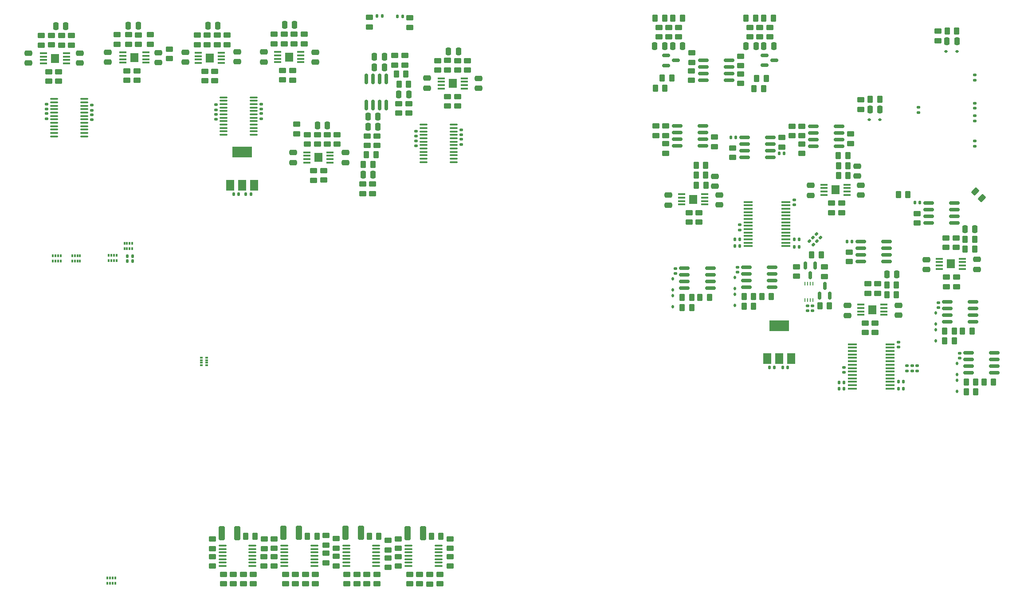
<source format=gtp>
%TF.GenerationSoftware,KiCad,Pcbnew,7.0.1*%
%TF.CreationDate,2023-06-27T00:24:21+02:00*%
%TF.ProjectId,Main board,4d61696e-2062-46f6-9172-642e6b696361,rev?*%
%TF.SameCoordinates,Original*%
%TF.FileFunction,Paste,Top*%
%TF.FilePolarity,Positive*%
%FSLAX46Y46*%
G04 Gerber Fmt 4.6, Leading zero omitted, Abs format (unit mm)*
G04 Created by KiCad (PCBNEW 7.0.1) date 2023-06-27 00:24:21*
%MOMM*%
%LPD*%
G01*
G04 APERTURE LIST*
G04 Aperture macros list*
%AMRoundRect*
0 Rectangle with rounded corners*
0 $1 Rounding radius*
0 $2 $3 $4 $5 $6 $7 $8 $9 X,Y pos of 4 corners*
0 Add a 4 corners polygon primitive as box body*
4,1,4,$2,$3,$4,$5,$6,$7,$8,$9,$2,$3,0*
0 Add four circle primitives for the rounded corners*
1,1,$1+$1,$2,$3*
1,1,$1+$1,$4,$5*
1,1,$1+$1,$6,$7*
1,1,$1+$1,$8,$9*
0 Add four rect primitives between the rounded corners*
20,1,$1+$1,$2,$3,$4,$5,0*
20,1,$1+$1,$4,$5,$6,$7,0*
20,1,$1+$1,$6,$7,$8,$9,0*
20,1,$1+$1,$8,$9,$2,$3,0*%
G04 Aperture macros list end*
%ADD10RoundRect,0.140000X0.140000X0.170000X-0.140000X0.170000X-0.140000X-0.170000X0.140000X-0.170000X0*%
%ADD11RoundRect,0.250000X0.450000X-0.262500X0.450000X0.262500X-0.450000X0.262500X-0.450000X-0.262500X0*%
%ADD12RoundRect,0.135000X-0.226274X-0.035355X-0.035355X-0.226274X0.226274X0.035355X0.035355X0.226274X0*%
%ADD13RoundRect,0.150000X-0.825000X-0.150000X0.825000X-0.150000X0.825000X0.150000X-0.825000X0.150000X0*%
%ADD14RoundRect,0.250000X-0.262500X-0.450000X0.262500X-0.450000X0.262500X0.450000X-0.262500X0.450000X0*%
%ADD15RoundRect,0.250000X0.262500X0.450000X-0.262500X0.450000X-0.262500X-0.450000X0.262500X-0.450000X0*%
%ADD16RoundRect,0.250000X-0.475000X0.250000X-0.475000X-0.250000X0.475000X-0.250000X0.475000X0.250000X0*%
%ADD17RoundRect,0.250000X-0.250000X-0.475000X0.250000X-0.475000X0.250000X0.475000X-0.250000X0.475000X0*%
%ADD18RoundRect,0.140000X0.170000X-0.140000X0.170000X0.140000X-0.170000X0.140000X-0.170000X-0.140000X0*%
%ADD19RoundRect,0.112500X0.112500X-0.187500X0.112500X0.187500X-0.112500X0.187500X-0.112500X-0.187500X0*%
%ADD20RoundRect,0.112500X-0.112500X0.187500X-0.112500X-0.187500X0.112500X-0.187500X0.112500X0.187500X0*%
%ADD21RoundRect,0.250000X-0.450000X0.262500X-0.450000X-0.262500X0.450000X-0.262500X0.450000X0.262500X0*%
%ADD22RoundRect,0.250000X0.475000X-0.250000X0.475000X0.250000X-0.475000X0.250000X-0.475000X-0.250000X0*%
%ADD23R,1.450000X0.450000*%
%ADD24R,1.500000X1.800000*%
%ADD25RoundRect,0.140000X-0.170000X0.140000X-0.170000X-0.140000X0.170000X-0.140000X0.170000X0.140000X0*%
%ADD26RoundRect,0.100000X0.637500X0.100000X-0.637500X0.100000X-0.637500X-0.100000X0.637500X-0.100000X0*%
%ADD27RoundRect,0.150000X0.825000X0.150000X-0.825000X0.150000X-0.825000X-0.150000X0.825000X-0.150000X0*%
%ADD28RoundRect,0.140000X-0.140000X-0.170000X0.140000X-0.170000X0.140000X0.170000X-0.140000X0.170000X0*%
%ADD29R,0.400000X0.500000*%
%ADD30R,0.300000X0.500000*%
%ADD31RoundRect,0.135000X-0.185000X0.135000X-0.185000X-0.135000X0.185000X-0.135000X0.185000X0.135000X0*%
%ADD32RoundRect,0.135000X-0.135000X-0.185000X0.135000X-0.185000X0.135000X0.185000X-0.135000X0.185000X0*%
%ADD33RoundRect,0.250000X0.503814X0.132583X0.132583X0.503814X-0.503814X-0.132583X-0.132583X-0.503814X0*%
%ADD34RoundRect,0.135000X0.185000X-0.135000X0.185000X0.135000X-0.185000X0.135000X-0.185000X-0.135000X0*%
%ADD35R,1.750000X0.450000*%
%ADD36RoundRect,0.150000X-0.150000X0.825000X-0.150000X-0.825000X0.150000X-0.825000X0.150000X0.825000X0*%
%ADD37R,0.500000X0.400000*%
%ADD38R,0.500000X0.300000*%
%ADD39RoundRect,0.112500X-0.187500X-0.112500X0.187500X-0.112500X0.187500X0.112500X-0.187500X0.112500X0*%
%ADD40RoundRect,0.150000X-0.587500X-0.150000X0.587500X-0.150000X0.587500X0.150000X-0.587500X0.150000X0*%
%ADD41RoundRect,0.135000X0.135000X0.185000X-0.135000X0.185000X-0.135000X-0.185000X0.135000X-0.185000X0*%
%ADD42RoundRect,0.250000X0.325000X1.100000X-0.325000X1.100000X-0.325000X-1.100000X0.325000X-1.100000X0*%
%ADD43R,1.500000X2.000000*%
%ADD44R,3.800000X2.000000*%
%ADD45RoundRect,0.250000X0.250000X0.475000X-0.250000X0.475000X-0.250000X-0.475000X0.250000X-0.475000X0*%
%ADD46RoundRect,0.150000X0.150000X-0.587500X0.150000X0.587500X-0.150000X0.587500X-0.150000X-0.587500X0*%
%ADD47RoundRect,0.150000X-0.150000X0.587500X-0.150000X-0.587500X0.150000X-0.587500X0.150000X0.587500X0*%
%ADD48R,0.250000X0.750000*%
G04 APERTURE END LIST*
D10*
X195605000Y-123975000D03*
X194645000Y-123975000D03*
D11*
X107975000Y-165287500D03*
X107975000Y-163462500D03*
D12*
X202278249Y-99796751D03*
X202999497Y-100517999D03*
D13*
X228575000Y-111425000D03*
X228575000Y-112695000D03*
X228575000Y-113965000D03*
X228575000Y-115235000D03*
X233525000Y-115235000D03*
X233525000Y-113965000D03*
X233525000Y-112695000D03*
X233525000Y-111425000D03*
D14*
X191706250Y-70675000D03*
X193531250Y-70675000D03*
D15*
X179787500Y-112475000D03*
X177962500Y-112475000D03*
D16*
X175367500Y-91020000D03*
X175367500Y-92920000D03*
D17*
X123887500Y-71775000D03*
X125787500Y-71775000D03*
D11*
X103887500Y-62115000D03*
X103887500Y-60290000D03*
D18*
X199425000Y-92854888D03*
X199425000Y-91894888D03*
D15*
X120062500Y-156175000D03*
X118237500Y-156175000D03*
D14*
X204275000Y-112150000D03*
X206100000Y-112150000D03*
X172837500Y-57225000D03*
X174662500Y-57225000D03*
D16*
X224612500Y-103352501D03*
X224612500Y-105252501D03*
D19*
X176225000Y-112350000D03*
X176225000Y-110250000D03*
D20*
X230475000Y-123169888D03*
X230475000Y-125269888D03*
D11*
X57575000Y-62337500D03*
X57575000Y-60512500D03*
D21*
X192806250Y-58987500D03*
X192806250Y-60812500D03*
D11*
X116962500Y-90737500D03*
X116962500Y-88912500D03*
D10*
X95630000Y-90850000D03*
X94670000Y-90850000D03*
D17*
X119237500Y-66600000D03*
X121137500Y-66600000D03*
D22*
X53125000Y-65787500D03*
X53125000Y-63887500D03*
D11*
X76450000Y-62212500D03*
X76450000Y-60387500D03*
D18*
X202825000Y-113110000D03*
X202825000Y-112150000D03*
D11*
X119712500Y-81562500D03*
X119712500Y-79737500D03*
D20*
X176225000Y-107025000D03*
X176225000Y-109125000D03*
D19*
X230475000Y-128494888D03*
X230475000Y-126394888D03*
D23*
X75600000Y-65722500D03*
X75600000Y-65072500D03*
X75600000Y-64422500D03*
X75600000Y-63772500D03*
X71200000Y-63772500D03*
X71200000Y-64422500D03*
X71200000Y-65072500D03*
X71200000Y-65722500D03*
D24*
X73400000Y-64737500D03*
D15*
X195393750Y-57250000D03*
X193568750Y-57250000D03*
D11*
X103612500Y-69052500D03*
X103612500Y-67227500D03*
D17*
X190175000Y-62575000D03*
X192075000Y-62575000D03*
D21*
X214800000Y-115462500D03*
X214800000Y-117287500D03*
X194706250Y-58987500D03*
X194706250Y-60812500D03*
D10*
X189010000Y-100774888D03*
X188050000Y-100774888D03*
D25*
X88962500Y-75570000D03*
X88962500Y-76530000D03*
D26*
X95950000Y-161875000D03*
X95950000Y-161225000D03*
X95950000Y-160575000D03*
X95950000Y-159925000D03*
X95950000Y-159275000D03*
X95950000Y-158625000D03*
X95950000Y-157975000D03*
X90225000Y-157975000D03*
X90225000Y-158625000D03*
X90225000Y-159275000D03*
X90225000Y-159925000D03*
X90225000Y-160575000D03*
X90225000Y-161225000D03*
X90225000Y-161875000D03*
D15*
X209625000Y-83475000D03*
X207800000Y-83475000D03*
D14*
X207825000Y-85375000D03*
X209650000Y-85375000D03*
D27*
X186975000Y-69055000D03*
X186975000Y-67785000D03*
X186975000Y-66515000D03*
X186975000Y-65245000D03*
X182025000Y-65245000D03*
X182025000Y-66515000D03*
X182025000Y-67785000D03*
X182025000Y-69055000D03*
D11*
X123775000Y-158512500D03*
X123775000Y-156687500D03*
D15*
X118925000Y-85200000D03*
X117100000Y-85200000D03*
D21*
X123887500Y-73525000D03*
X123887500Y-75350000D03*
D11*
X55650000Y-62362500D03*
X55650000Y-60537500D03*
D15*
X191625000Y-112256250D03*
X189800000Y-112256250D03*
D11*
X118300000Y-58912500D03*
X118300000Y-57087500D03*
D17*
X217037500Y-106199888D03*
X218937500Y-106199888D03*
D11*
X101987500Y-62115000D03*
X101987500Y-60290000D03*
D28*
X219274008Y-127968784D03*
X220234008Y-127968784D03*
D29*
X71500000Y-101250000D03*
D30*
X72000000Y-101250000D03*
X72500000Y-101250000D03*
D29*
X73000000Y-101250000D03*
X73000000Y-100250000D03*
D30*
X72500000Y-100250000D03*
X72000000Y-100250000D03*
D29*
X71500000Y-100250000D03*
X57825000Y-103625000D03*
D30*
X58325000Y-103625000D03*
X58825000Y-103625000D03*
D29*
X59325000Y-103625000D03*
X59325000Y-102625000D03*
D30*
X58825000Y-102625000D03*
X58325000Y-102625000D03*
D29*
X57825000Y-102625000D03*
D25*
X65300000Y-75670000D03*
X65300000Y-76630000D03*
D22*
X139100000Y-70600000D03*
X139100000Y-68700000D03*
D15*
X204550000Y-102475000D03*
X202725000Y-102475000D03*
D31*
X220925000Y-123615000D03*
X220925000Y-124635000D03*
D21*
X200850000Y-77852500D03*
X200850000Y-79677500D03*
X206500000Y-92537500D03*
X206500000Y-94362500D03*
D22*
X83125000Y-65637500D03*
X83125000Y-63737500D03*
D11*
X108325000Y-81275000D03*
X108325000Y-79450000D03*
X91100000Y-62275000D03*
X91100000Y-60450000D03*
D14*
X231975000Y-101330001D03*
X233800000Y-101330001D03*
D28*
X199395000Y-100874888D03*
X200355000Y-100874888D03*
D32*
X72030000Y-103650000D03*
X73050000Y-103650000D03*
D11*
X113975000Y-165262500D03*
X113975000Y-163437500D03*
D27*
X194825000Y-83838604D03*
X194825000Y-82568604D03*
X194825000Y-81298604D03*
X194825000Y-80028604D03*
X189875000Y-80028604D03*
X189875000Y-81298604D03*
X189875000Y-82568604D03*
X189875000Y-83838604D03*
D11*
X96100000Y-165287500D03*
X96100000Y-163462500D03*
D17*
X118012500Y-77975000D03*
X119912500Y-77975000D03*
D21*
X181217500Y-94357500D03*
X181217500Y-96182500D03*
D26*
X134337500Y-84725000D03*
X134337500Y-84075000D03*
X134337500Y-83425000D03*
X134337500Y-82775000D03*
X134337500Y-82125000D03*
X134337500Y-81475000D03*
X134337500Y-80825000D03*
X134337500Y-80175000D03*
X134337500Y-79525000D03*
X134337500Y-78875000D03*
X134337500Y-78225000D03*
X134337500Y-77575000D03*
X128612500Y-77575000D03*
X128612500Y-78225000D03*
X128612500Y-78875000D03*
X128612500Y-79525000D03*
X128612500Y-80175000D03*
X128612500Y-80825000D03*
X128612500Y-81475000D03*
X128612500Y-82125000D03*
X128612500Y-82775000D03*
X128612500Y-83425000D03*
X128612500Y-84075000D03*
X128612500Y-84725000D03*
D11*
X131300000Y-67152500D03*
X131300000Y-65327500D03*
D33*
X235195235Y-91620235D03*
X233904765Y-90329765D03*
D17*
X72225000Y-58637500D03*
X74125000Y-58637500D03*
D11*
X109525000Y-88162500D03*
X109525000Y-86337500D03*
D23*
X136400000Y-70650000D03*
X136400000Y-70000000D03*
X136400000Y-69350000D03*
X136400000Y-68700000D03*
X132000000Y-68700000D03*
X132000000Y-69350000D03*
X132000000Y-70000000D03*
X132000000Y-70650000D03*
D24*
X134200000Y-69665000D03*
D11*
X86850000Y-69175000D03*
X86850000Y-67350000D03*
D23*
X212087500Y-111939888D03*
X212087500Y-112589888D03*
X212087500Y-113239888D03*
X212087500Y-113889888D03*
X216487500Y-113889888D03*
X216487500Y-113239888D03*
X216487500Y-112589888D03*
X216487500Y-111939888D03*
D24*
X214287500Y-112924888D03*
D34*
X233850000Y-81710000D03*
X233850000Y-80690000D03*
D26*
X96137500Y-79500000D03*
X96137500Y-78850000D03*
X96137500Y-78200000D03*
X96137500Y-77550000D03*
X96137500Y-76900000D03*
X96137500Y-76250000D03*
X96137500Y-75600000D03*
X96137500Y-74950000D03*
X96137500Y-74300000D03*
X96137500Y-73650000D03*
X96137500Y-73000000D03*
X96137500Y-72350000D03*
X90412500Y-72350000D03*
X90412500Y-73000000D03*
X90412500Y-73650000D03*
X90412500Y-74300000D03*
X90412500Y-74950000D03*
X90412500Y-75600000D03*
X90412500Y-76250000D03*
X90412500Y-76900000D03*
X90412500Y-77550000D03*
X90412500Y-78200000D03*
X90412500Y-78850000D03*
X90412500Y-79500000D03*
D21*
X98162500Y-160075000D03*
X98162500Y-161900000D03*
D11*
X135150000Y-74027500D03*
X135150000Y-72202500D03*
X80075000Y-64937500D03*
X80075000Y-63112500D03*
D10*
X189010000Y-99474888D03*
X188050000Y-99474888D03*
D14*
X181362500Y-110575000D03*
X183187500Y-110575000D03*
D17*
X102075000Y-58525000D03*
X103975000Y-58525000D03*
D11*
X111900000Y-161862500D03*
X111900000Y-160037500D03*
X117812500Y-81562500D03*
X117812500Y-79737500D03*
D35*
X217679008Y-127968784D03*
X217679008Y-127318784D03*
X217679008Y-126668784D03*
X217679008Y-126018784D03*
X217679008Y-125368784D03*
X217679008Y-124718784D03*
X217679008Y-124068784D03*
X217679008Y-123418784D03*
X217679008Y-122768784D03*
X217679008Y-122118784D03*
X217679008Y-121468784D03*
X217679008Y-120818784D03*
X217679008Y-120168784D03*
X217679008Y-119518784D03*
X210479008Y-119518784D03*
X210479008Y-120168784D03*
X210479008Y-120818784D03*
X210479008Y-121468784D03*
X210479008Y-122118784D03*
X210479008Y-122768784D03*
X210479008Y-123418784D03*
X210479008Y-124068784D03*
X210479008Y-124718784D03*
X210479008Y-125368784D03*
X210479008Y-126018784D03*
X210479008Y-126668784D03*
X210479008Y-127318784D03*
X210479008Y-127968784D03*
D21*
X215312500Y-107962388D03*
X215312500Y-109787388D03*
D27*
X181975000Y-81620000D03*
X181975000Y-80350000D03*
X181975000Y-79080000D03*
X181975000Y-77810000D03*
X177025000Y-77810000D03*
X177025000Y-79080000D03*
X177025000Y-80350000D03*
X177025000Y-81620000D03*
D18*
X208854008Y-124873784D03*
X208854008Y-123913784D03*
X176700000Y-106005000D03*
X176700000Y-105045000D03*
D36*
X121467500Y-68825000D03*
X120197500Y-68825000D03*
X118927500Y-68825000D03*
X117657500Y-68825000D03*
X117657500Y-73775000D03*
X118927500Y-73775000D03*
X120197500Y-73775000D03*
X121467500Y-73775000D03*
D22*
X103675000Y-84812500D03*
X103675000Y-82912500D03*
D29*
X61525000Y-103625000D03*
D30*
X62025000Y-103625000D03*
X62525000Y-103625000D03*
D29*
X63025000Y-103625000D03*
X63025000Y-102625000D03*
D30*
X62525000Y-102625000D03*
X62025000Y-102625000D03*
D29*
X61525000Y-102625000D03*
D11*
X101712500Y-69027500D03*
X101712500Y-67202500D03*
D26*
X63837500Y-79800000D03*
X63837500Y-79150000D03*
X63837500Y-78500000D03*
X63837500Y-77850000D03*
X63837500Y-77200000D03*
X63837500Y-76550000D03*
X63837500Y-75900000D03*
X63837500Y-75250000D03*
X63837500Y-74600000D03*
X63837500Y-73950000D03*
X63837500Y-73300000D03*
X63837500Y-72650000D03*
X58112500Y-72650000D03*
X58112500Y-73300000D03*
X58112500Y-73950000D03*
X58112500Y-74600000D03*
X58112500Y-75250000D03*
X58112500Y-75900000D03*
X58112500Y-76550000D03*
X58112500Y-77200000D03*
X58112500Y-77850000D03*
X58112500Y-78500000D03*
X58112500Y-79150000D03*
X58112500Y-79800000D03*
D10*
X198105000Y-123975000D03*
X197145000Y-123975000D03*
D11*
X123775000Y-161887500D03*
X123775000Y-160062500D03*
D17*
X119237500Y-64625000D03*
X121137500Y-64625000D03*
D11*
X127875000Y-165287500D03*
X127875000Y-163462500D03*
D19*
X226371815Y-118824888D03*
X226371815Y-116724888D03*
D27*
X217025000Y-103680000D03*
X217025000Y-102410000D03*
X217025000Y-101140000D03*
X217025000Y-99870000D03*
X212075000Y-99870000D03*
X212075000Y-101140000D03*
X212075000Y-102410000D03*
X212075000Y-103680000D03*
D10*
X208884008Y-126793784D03*
X207924008Y-126793784D03*
D11*
X88287500Y-158550000D03*
X88287500Y-156725000D03*
D31*
X221875000Y-123615000D03*
X221875000Y-124635000D03*
D21*
X121800000Y-156962500D03*
X121800000Y-158787500D03*
D18*
X201900000Y-113105000D03*
X201900000Y-112145000D03*
D11*
X102275000Y-165287500D03*
X102275000Y-163462500D03*
D26*
X131487500Y-161875000D03*
X131487500Y-161225000D03*
X131487500Y-160575000D03*
X131487500Y-159925000D03*
X131487500Y-159275000D03*
X131487500Y-158625000D03*
X131487500Y-157975000D03*
X125762500Y-157975000D03*
X125762500Y-158625000D03*
X125762500Y-159275000D03*
X125762500Y-159925000D03*
X125762500Y-160575000D03*
X125762500Y-161225000D03*
X125762500Y-161875000D03*
D11*
X90375000Y-165287500D03*
X90375000Y-163462500D03*
D10*
X93330000Y-90850000D03*
X92370000Y-90850000D03*
D21*
X199775000Y-104700000D03*
X199775000Y-106525000D03*
D15*
X175987500Y-68675000D03*
X174162500Y-68675000D03*
D21*
X109987500Y-159412500D03*
X109987500Y-161237500D03*
D11*
X106075000Y-165287500D03*
X106075000Y-163462500D03*
D37*
X87200000Y-123550000D03*
D38*
X87200000Y-123050000D03*
X87200000Y-122550000D03*
D37*
X87200000Y-122050000D03*
X86200000Y-122050000D03*
D38*
X86200000Y-122550000D03*
X86200000Y-123050000D03*
D37*
X86200000Y-123550000D03*
D39*
X228350000Y-63550000D03*
X230450000Y-63550000D03*
D15*
X233296815Y-116999888D03*
X231471815Y-116999888D03*
D21*
X133700000Y-156687500D03*
X133700000Y-158512500D03*
D17*
X231950000Y-97485113D03*
X233850000Y-97485113D03*
D15*
X195000000Y-110356250D03*
X193175000Y-110356250D03*
D40*
X193737500Y-64325000D03*
X193737500Y-66225000D03*
X195612500Y-65275000D03*
D21*
X175425000Y-58962500D03*
X175425000Y-60787500D03*
D14*
X231987500Y-99430001D03*
X233812500Y-99430001D03*
D18*
X223100000Y-75225000D03*
X223100000Y-74265000D03*
D31*
X222825000Y-123615000D03*
X222825000Y-124635000D03*
D21*
X98187500Y-156712500D03*
X98187500Y-158537500D03*
D32*
X72030000Y-102700000D03*
X73050000Y-102700000D03*
D11*
X57050000Y-69262500D03*
X57050000Y-67437500D03*
D41*
X124610000Y-56850000D03*
X123590000Y-56850000D03*
D17*
X118012500Y-76000000D03*
X119912500Y-76000000D03*
D11*
X72000000Y-69100000D03*
X72000000Y-67275000D03*
D22*
X62975000Y-65812500D03*
X62975000Y-63912500D03*
D14*
X192218750Y-68775000D03*
X194043750Y-68775000D03*
X123937500Y-69825000D03*
X125762500Y-69825000D03*
D21*
X228450000Y-106680001D03*
X228450000Y-108505001D03*
D11*
X133200000Y-74027500D03*
X133200000Y-72202500D03*
D21*
X212900000Y-115462500D03*
X212900000Y-117287500D03*
X189150000Y-64462500D03*
X189150000Y-66287500D03*
D11*
X198936250Y-79667500D03*
X198936250Y-77842500D03*
D22*
X98112500Y-65577500D03*
X98112500Y-63677500D03*
D11*
X110225000Y-81275000D03*
X110225000Y-79450000D03*
D42*
X93012500Y-155575000D03*
X90062500Y-155575000D03*
D11*
X117775000Y-165262500D03*
X117775000Y-163437500D03*
D21*
X208400000Y-92537500D03*
X208400000Y-94362500D03*
X205100000Y-104750000D03*
X205100000Y-106575000D03*
D14*
X180655000Y-87190112D03*
X182480000Y-87190112D03*
D17*
X58375000Y-58750000D03*
X60275000Y-58750000D03*
D11*
X107600000Y-88175000D03*
X107600000Y-86350000D03*
D18*
X219304008Y-120048784D03*
X219304008Y-119088784D03*
D17*
X133350000Y-63531250D03*
X135250000Y-63531250D03*
D43*
X91700000Y-89125000D03*
X94000000Y-89125000D03*
X96300000Y-89125000D03*
D44*
X94000000Y-82825000D03*
D11*
X100087500Y-62115000D03*
X100087500Y-60290000D03*
X119675000Y-165262500D03*
X119675000Y-163437500D03*
D10*
X208884008Y-127968784D03*
X207924008Y-127968784D03*
D21*
X179811396Y-63862500D03*
X179811396Y-65687500D03*
D23*
X90000000Y-65787500D03*
X90000000Y-65137500D03*
X90000000Y-64487500D03*
X90000000Y-63837500D03*
X85600000Y-63837500D03*
X85600000Y-64487500D03*
X85600000Y-65137500D03*
X85600000Y-65787500D03*
D24*
X87800000Y-64802500D03*
D11*
X115875000Y-165262500D03*
X115875000Y-163437500D03*
D23*
X177867500Y-90855055D03*
X177867500Y-91505055D03*
X177867500Y-92155055D03*
X177867500Y-92805055D03*
X182267500Y-92805055D03*
X182267500Y-92155055D03*
X182267500Y-91505055D03*
X182267500Y-90855055D03*
D24*
X180067500Y-91840055D03*
D22*
X68300000Y-65637500D03*
X68300000Y-63737500D03*
D28*
X209437613Y-99875112D03*
X210397613Y-99875112D03*
D11*
X104425000Y-79287500D03*
X104425000Y-77462500D03*
X85400000Y-62275000D03*
X85400000Y-60450000D03*
D21*
X133700000Y-160062500D03*
X133700000Y-161887500D03*
D26*
X119562500Y-161850000D03*
X119562500Y-161200000D03*
X119562500Y-160550000D03*
X119562500Y-159900000D03*
X119562500Y-159250000D03*
X119562500Y-158600000D03*
X119562500Y-157950000D03*
X113837500Y-157950000D03*
X113837500Y-158600000D03*
X113837500Y-159250000D03*
X113837500Y-159900000D03*
X113837500Y-160550000D03*
X113837500Y-161200000D03*
X113837500Y-161850000D03*
D22*
X184242500Y-89320000D03*
X184242500Y-87420000D03*
D11*
X125062500Y-66175000D03*
X125062500Y-64350000D03*
D15*
X229934315Y-116999888D03*
X228109315Y-116999888D03*
D21*
X213412500Y-107962388D03*
X213412500Y-109787388D03*
D40*
X174912500Y-64350000D03*
X174912500Y-66250000D03*
X176787500Y-65300000D03*
D42*
X116625000Y-155550000D03*
X113675000Y-155550000D03*
D21*
X230250000Y-99192501D03*
X230250000Y-101017501D03*
D11*
X94200000Y-165287500D03*
X94200000Y-163462500D03*
D23*
X110775000Y-84787500D03*
X110775000Y-84137500D03*
X110775000Y-83487500D03*
X110775000Y-82837500D03*
X106375000Y-82837500D03*
X106375000Y-83487500D03*
X106375000Y-84137500D03*
X106375000Y-84787500D03*
D24*
X108575000Y-83802500D03*
D18*
X230950000Y-122175000D03*
X230950000Y-121215000D03*
D16*
X185042500Y-90970000D03*
X185042500Y-92870000D03*
D22*
X107925000Y-65600000D03*
X107925000Y-63700000D03*
D31*
X233849888Y-68040000D03*
X233849888Y-69060000D03*
D14*
X217050000Y-108149888D03*
X218875000Y-108149888D03*
D23*
X105187500Y-65637500D03*
X105187500Y-64987500D03*
X105187500Y-64337500D03*
X105187500Y-63687500D03*
X100787500Y-63687500D03*
X100787500Y-64337500D03*
X100787500Y-64987500D03*
X100787500Y-65637500D03*
D24*
X102987500Y-64652500D03*
D22*
X78000000Y-65712500D03*
X78000000Y-63812500D03*
D21*
X190906250Y-58987500D03*
X190906250Y-60812500D03*
D14*
X117700000Y-83300000D03*
X119525000Y-83300000D03*
D23*
X227035000Y-103172501D03*
X227035000Y-103822501D03*
X227035000Y-104472501D03*
X227035000Y-105122501D03*
X231435000Y-105122501D03*
X231435000Y-104472501D03*
X231435000Y-103822501D03*
X231435000Y-103172501D03*
D24*
X229235000Y-104157501D03*
D11*
X73900000Y-69100000D03*
X73900000Y-67275000D03*
X135106250Y-67143750D03*
X135106250Y-65318750D03*
D18*
X88962500Y-74710000D03*
X88962500Y-73750000D03*
D15*
X182455000Y-85290112D03*
X180630000Y-85290112D03*
D11*
X92275000Y-165275000D03*
X92275000Y-163450000D03*
D10*
X197449887Y-83083604D03*
X196489887Y-83083604D03*
D16*
X212075000Y-89125000D03*
X212075000Y-91025000D03*
D14*
X228575000Y-59650000D03*
X230400000Y-59650000D03*
D11*
X59475000Y-62362500D03*
X59475000Y-60537500D03*
D13*
X190237500Y-104801250D03*
X190237500Y-106071250D03*
X190237500Y-107341250D03*
X190237500Y-108611250D03*
X195187500Y-108611250D03*
X195187500Y-107341250D03*
X195187500Y-106071250D03*
X195187500Y-104801250D03*
D21*
X212125000Y-72812500D03*
X212125000Y-74637500D03*
D28*
X222395000Y-92410113D03*
X223355000Y-92410113D03*
D11*
X88287500Y-161912500D03*
X88287500Y-160087500D03*
D45*
X215750000Y-74700000D03*
X213850000Y-74700000D03*
D15*
X234037500Y-126719888D03*
X232212500Y-126719888D03*
D12*
X202950000Y-99125000D03*
X203671248Y-99846248D03*
D11*
X125787500Y-75350000D03*
X125787500Y-73525000D03*
X123112500Y-66200000D03*
X123112500Y-64375000D03*
D17*
X108325000Y-77687500D03*
X110225000Y-77687500D03*
D46*
X204250000Y-110200000D03*
X206150000Y-110200000D03*
X205200000Y-108325000D03*
D11*
X209892613Y-103712612D03*
X209892613Y-101887612D03*
X222819887Y-96355113D03*
X222819887Y-94530113D03*
D18*
X97600000Y-74580000D03*
X97600000Y-73620000D03*
D11*
X131700000Y-165287500D03*
X131700000Y-163462500D03*
D15*
X221075000Y-90900000D03*
X219250000Y-90900000D03*
D11*
X61400000Y-62375000D03*
X61400000Y-60550000D03*
D18*
X188975000Y-97655000D03*
X188975000Y-96695000D03*
D13*
X232650000Y-121145000D03*
X232650000Y-122415000D03*
X232650000Y-123685000D03*
X232650000Y-124955000D03*
X237600000Y-124955000D03*
X237600000Y-123685000D03*
X237600000Y-122415000D03*
X237600000Y-121145000D03*
D22*
X211408113Y-87400500D03*
X211408113Y-85500500D03*
D17*
X87425000Y-58687500D03*
X89325000Y-58687500D03*
D12*
X203621751Y-98453249D03*
X204342999Y-99174497D03*
D11*
X133200000Y-67127500D03*
X133200000Y-65302500D03*
D16*
X219287500Y-112049888D03*
X219287500Y-113949888D03*
D15*
X192018750Y-57250000D03*
X190193750Y-57250000D03*
D21*
X210150000Y-79327500D03*
X210150000Y-81152500D03*
D14*
X213862500Y-72750000D03*
X215687500Y-72750000D03*
D21*
X177325000Y-58962500D03*
X177325000Y-60787500D03*
D11*
X126000000Y-58962500D03*
X126000000Y-57137500D03*
D15*
X229934315Y-118899888D03*
X228109315Y-118899888D03*
D21*
X228325000Y-99192501D03*
X228325000Y-101017501D03*
D25*
X135787500Y-80375000D03*
X135787500Y-81335000D03*
D15*
X125225000Y-67925000D03*
X123400000Y-67925000D03*
D16*
X209525000Y-112125000D03*
X209525000Y-114025000D03*
D21*
X179317500Y-94357500D03*
X179317500Y-96182500D03*
D29*
X68525000Y-103550000D03*
D30*
X69025000Y-103550000D03*
X69525000Y-103550000D03*
D29*
X70025000Y-103550000D03*
X70025000Y-102550000D03*
D30*
X69525000Y-102550000D03*
X69025000Y-102550000D03*
D29*
X68525000Y-102550000D03*
D39*
X213650000Y-76650000D03*
X215750000Y-76650000D03*
D28*
X219274008Y-126668784D03*
X220234008Y-126668784D03*
D47*
X203400000Y-104475000D03*
X201500000Y-104475000D03*
X202450000Y-106350000D03*
D18*
X233850000Y-74450000D03*
X233850000Y-73490000D03*
D20*
X188062500Y-106756250D03*
X188062500Y-108856250D03*
D42*
X104837500Y-155550000D03*
X101887500Y-155550000D03*
D11*
X179775000Y-69087500D03*
X179775000Y-67262500D03*
D14*
X180667500Y-89115112D03*
X182492500Y-89115112D03*
D13*
X178400000Y-104995000D03*
X178400000Y-106265000D03*
X178400000Y-107535000D03*
X178400000Y-108805000D03*
X183350000Y-108805000D03*
X183350000Y-107535000D03*
X183350000Y-106265000D03*
X183350000Y-104995000D03*
D21*
X174850000Y-77802500D03*
X174850000Y-79627500D03*
D11*
X100087500Y-158525000D03*
X100087500Y-156700000D03*
D18*
X56662500Y-74585000D03*
X56662500Y-73625000D03*
D27*
X229975000Y-96310113D03*
X229975000Y-95040113D03*
X229975000Y-93770113D03*
X229975000Y-92500113D03*
X225025000Y-92500113D03*
X225025000Y-93770113D03*
X225025000Y-95040113D03*
X225025000Y-96310113D03*
D45*
X178050000Y-62550000D03*
X176150000Y-62550000D03*
X230450000Y-61600000D03*
X228550000Y-61600000D03*
D28*
X199395000Y-99499888D03*
X200355000Y-99499888D03*
D35*
X197800000Y-100774888D03*
X197800000Y-100124888D03*
X197800000Y-99474888D03*
X197800000Y-98824888D03*
X197800000Y-98174888D03*
X197800000Y-97524888D03*
X197800000Y-96874888D03*
X197800000Y-96224888D03*
X197800000Y-95574888D03*
X197800000Y-94924888D03*
X197800000Y-94274888D03*
X197800000Y-93624888D03*
X197800000Y-92974888D03*
X197800000Y-92324888D03*
X190600000Y-92324888D03*
X190600000Y-92974888D03*
X190600000Y-93624888D03*
X190600000Y-94274888D03*
X190600000Y-94924888D03*
X190600000Y-95574888D03*
X190600000Y-96224888D03*
X190600000Y-96874888D03*
X190600000Y-97524888D03*
X190600000Y-98174888D03*
X190600000Y-98824888D03*
X190600000Y-99474888D03*
X190600000Y-100124888D03*
X190600000Y-100774888D03*
D29*
X68250000Y-165150000D03*
D30*
X68750000Y-165150000D03*
X69250000Y-165150000D03*
D29*
X69750000Y-165150000D03*
X69750000Y-164150000D03*
D30*
X69250000Y-164150000D03*
X68750000Y-164150000D03*
D29*
X68250000Y-164150000D03*
D18*
X127162500Y-79775000D03*
X127162500Y-78815000D03*
D11*
X125975000Y-165287500D03*
X125975000Y-163462500D03*
D21*
X121800000Y-160337500D03*
X121800000Y-162162500D03*
X173525000Y-58987500D03*
X173525000Y-60812500D03*
D18*
X226875000Y-112530000D03*
X226875000Y-111570000D03*
D25*
X127162500Y-80640000D03*
X127162500Y-81600000D03*
X97587500Y-75440000D03*
X97587500Y-76400000D03*
D15*
X96450000Y-156225000D03*
X94625000Y-156225000D03*
D21*
X174847500Y-81192388D03*
X174847500Y-83017388D03*
D28*
X187245000Y-79973547D03*
X188205000Y-79973547D03*
D15*
X234037500Y-128619888D03*
X232212500Y-128619888D03*
D14*
X217050000Y-110049888D03*
X218875000Y-110049888D03*
D48*
X201450000Y-111075000D03*
X201950000Y-111075000D03*
X202450000Y-111075000D03*
X202950000Y-111075000D03*
X202950000Y-107975000D03*
X202450000Y-107975000D03*
X201950000Y-107975000D03*
X201450000Y-107975000D03*
D11*
X105787500Y-62102500D03*
X105787500Y-60277500D03*
D15*
X108262500Y-156225000D03*
X106437500Y-156225000D03*
D21*
X118862500Y-88912500D03*
X118862500Y-90737500D03*
D18*
X65300000Y-74810000D03*
X65300000Y-73850000D03*
D27*
X207975000Y-81720000D03*
X207975000Y-80450000D03*
X207975000Y-79180000D03*
X207975000Y-77910000D03*
X203025000Y-77910000D03*
X203025000Y-79180000D03*
X203025000Y-80450000D03*
X203025000Y-81720000D03*
D21*
X187625000Y-82012500D03*
X187625000Y-83837500D03*
D18*
X188537500Y-105761250D03*
X188537500Y-104801250D03*
D21*
X230350000Y-106680001D03*
X230350000Y-108505001D03*
D22*
X93050000Y-65550000D03*
X93050000Y-63650000D03*
D45*
X174650000Y-62575000D03*
X172750000Y-62575000D03*
D15*
X131937500Y-156225000D03*
X130112500Y-156225000D03*
D11*
X106425000Y-81287500D03*
X106425000Y-79462500D03*
X72300000Y-62212500D03*
X72300000Y-60387500D03*
D45*
X118962500Y-87150000D03*
X117062500Y-87150000D03*
D21*
X184150000Y-79937500D03*
X184150000Y-81762500D03*
D15*
X191625000Y-110356250D03*
X189800000Y-110356250D03*
D25*
X56662500Y-75450000D03*
X56662500Y-76410000D03*
D26*
X107762500Y-161875000D03*
X107762500Y-161225000D03*
X107762500Y-160575000D03*
X107762500Y-159925000D03*
X107762500Y-159275000D03*
X107762500Y-158625000D03*
X107762500Y-157975000D03*
X102037500Y-157975000D03*
X102037500Y-158625000D03*
X102037500Y-159275000D03*
X102037500Y-159925000D03*
X102037500Y-160575000D03*
X102037500Y-161225000D03*
X102037500Y-161875000D03*
D22*
X129300000Y-70575000D03*
X129300000Y-68675000D03*
D15*
X237412500Y-126719888D03*
X235587500Y-126719888D03*
D11*
X129775000Y-165312500D03*
X129775000Y-163487500D03*
X172950000Y-79644888D03*
X172950000Y-77819888D03*
D43*
X194225000Y-122250000D03*
X196525000Y-122250000D03*
X198825000Y-122250000D03*
D44*
X196525000Y-115950000D03*
D22*
X113675000Y-84812500D03*
X113675000Y-82912500D03*
D11*
X100087500Y-161900000D03*
X100087500Y-160075000D03*
D21*
X200825000Y-81227500D03*
X200825000Y-83052500D03*
D14*
X176212500Y-57225000D03*
X178037500Y-57225000D03*
D15*
X179787500Y-110575000D03*
X177962500Y-110575000D03*
D11*
X104175000Y-165287500D03*
X104175000Y-163462500D03*
X112125000Y-81287500D03*
X112125000Y-79462500D03*
D18*
X135800000Y-79505000D03*
X135800000Y-78545000D03*
D11*
X111900000Y-158487500D03*
X111900000Y-156662500D03*
D21*
X226850000Y-59687500D03*
X226850000Y-61512500D03*
D20*
X226371815Y-113524888D03*
X226371815Y-115624888D03*
D16*
X234237500Y-103302501D03*
X234237500Y-105202501D03*
D25*
X233849888Y-75885000D03*
X233849888Y-76845000D03*
D23*
X205025000Y-89040000D03*
X205025000Y-89690000D03*
X205025000Y-90340000D03*
X205025000Y-90990000D03*
X209425000Y-90990000D03*
X209425000Y-90340000D03*
X209425000Y-89690000D03*
X209425000Y-89040000D03*
D24*
X207225000Y-90025000D03*
D11*
X70075000Y-62212500D03*
X70075000Y-60387500D03*
X58950000Y-69250000D03*
X58950000Y-67425000D03*
X137006250Y-67143750D03*
X137006250Y-65318750D03*
X197019887Y-81833604D03*
X197019887Y-80008604D03*
X88750000Y-69175000D03*
X88750000Y-67350000D03*
D19*
X188062500Y-112056250D03*
X188062500Y-109956250D03*
D17*
X193575000Y-62575000D03*
X195475000Y-62575000D03*
D32*
X119690000Y-56800000D03*
X120710000Y-56800000D03*
D11*
X87300000Y-62275000D03*
X87300000Y-60450000D03*
D14*
X207825000Y-87275000D03*
X209650000Y-87275000D03*
D15*
X174687500Y-70575000D03*
X172862500Y-70575000D03*
D21*
X109987500Y-156037500D03*
X109987500Y-157862500D03*
D11*
X189175000Y-69675000D03*
X189175000Y-67850000D03*
D23*
X60425000Y-65872500D03*
X60425000Y-65222500D03*
X60425000Y-64572500D03*
X60425000Y-63922500D03*
X56025000Y-63922500D03*
X56025000Y-64572500D03*
X56025000Y-65222500D03*
X56025000Y-65872500D03*
D24*
X58225000Y-64887500D03*
D11*
X74200000Y-62225000D03*
X74200000Y-60400000D03*
D42*
X128500000Y-155575000D03*
X125550000Y-155575000D03*
D16*
X202525000Y-89175000D03*
X202525000Y-91075000D03*
D11*
X89200000Y-62275000D03*
X89200000Y-60450000D03*
M02*

</source>
